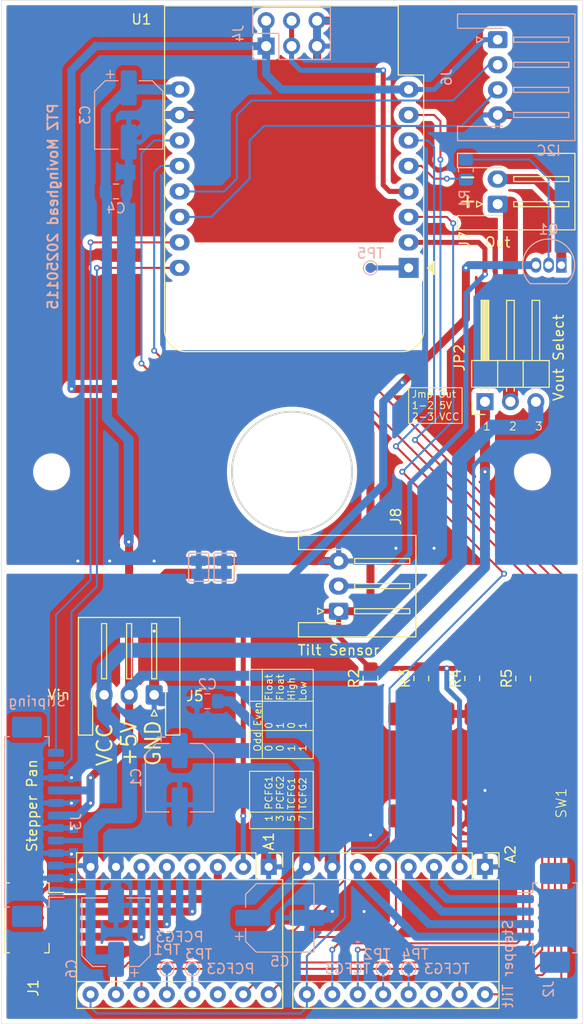
<source format=kicad_pcb>
(kicad_pcb
	(version 20240108)
	(generator "pcbnew")
	(generator_version "8.0")
	(general
		(thickness 1.6)
		(legacy_teardrops no)
	)
	(paper "A4")
	(layers
		(0 "F.Cu" signal)
		(31 "B.Cu" signal)
		(32 "B.Adhes" user "B.Adhesive")
		(33 "F.Adhes" user "F.Adhesive")
		(34 "B.Paste" user)
		(35 "F.Paste" user)
		(36 "B.SilkS" user "B.Silkscreen")
		(37 "F.SilkS" user "F.Silkscreen")
		(38 "B.Mask" user)
		(39 "F.Mask" user)
		(40 "Dwgs.User" user "User.Drawings")
		(41 "Cmts.User" user "User.Comments")
		(42 "Eco1.User" user "User.Eco1")
		(43 "Eco2.User" user "User.Eco2")
		(44 "Edge.Cuts" user)
		(45 "Margin" user)
		(46 "B.CrtYd" user "B.Courtyard")
		(47 "F.CrtYd" user "F.Courtyard")
		(48 "B.Fab" user)
		(49 "F.Fab" user)
		(50 "User.1" user)
		(51 "User.2" user)
		(52 "User.3" user)
		(53 "User.4" user)
		(54 "User.5" user)
		(55 "User.6" user)
		(56 "User.7" user)
		(57 "User.8" user)
		(58 "User.9" user)
	)
	(setup
		(pad_to_mask_clearance 0)
		(allow_soldermask_bridges_in_footprints no)
		(pcbplotparams
			(layerselection 0x00010fc_ffffffff)
			(plot_on_all_layers_selection 0x0000000_00000000)
			(disableapertmacros no)
			(usegerberextensions no)
			(usegerberattributes yes)
			(usegerberadvancedattributes yes)
			(creategerberjobfile yes)
			(dashed_line_dash_ratio 12.000000)
			(dashed_line_gap_ratio 3.000000)
			(svgprecision 4)
			(plotframeref no)
			(viasonmask no)
			(mode 1)
			(useauxorigin no)
			(hpglpennumber 1)
			(hpglpenspeed 20)
			(hpglpendiameter 15.000000)
			(pdf_front_fp_property_popups yes)
			(pdf_back_fp_property_popups yes)
			(dxfpolygonmode yes)
			(dxfimperialunits yes)
			(dxfusepcbnewfont yes)
			(psnegative no)
			(psa4output no)
			(plotreference yes)
			(plotvalue yes)
			(plotfptext yes)
			(plotinvisibletext no)
			(sketchpadsonfab no)
			(subtractmaskfromsilk no)
			(outputformat 1)
			(mirror no)
			(drillshape 1)
			(scaleselection 1)
			(outputdirectory "")
		)
	)
	(net 0 "")
	(net 1 "P_CFG0")
	(net 2 "Net-(A1-1A)")
	(net 3 "GNDPWR")
	(net 4 "Net-(A1-DIR)")
	(net 5 "Net-(A1-~{ENABLE})")
	(net 6 "Net-(A1-1B)")
	(net 7 "P_CFG2")
	(net 8 "Net-(A1-2B)")
	(net 9 "VCC")
	(net 10 "Net-(A1-2A)")
	(net 11 "P_CFG1")
	(net 12 "Net-(A1-STEP)")
	(net 13 "P_CFG3")
	(net 14 "unconnected-(A1-~{SLEEP}-Pad14)")
	(net 15 "VDD")
	(net 16 "T_CFG1")
	(net 17 "T_CFG3")
	(net 18 "T_CFG2")
	(net 19 "Net-(A2-DIR)")
	(net 20 "Net-(A2-2A)")
	(net 21 "unconnected-(A2-~{SLEEP}-Pad14)")
	(net 22 "Net-(A2-1A)")
	(net 23 "Net-(A2-2B)")
	(net 24 "T_CFG0")
	(net 25 "Net-(A2-1B)")
	(net 26 "Net-(A2-STEP)")
	(net 27 "Net-(J3-Pin_11)")
	(net 28 "+5V")
	(net 29 "Net-(J3-Pin_12)")
	(net 30 "Net-(J4-Pin_3)")
	(net 31 "GNDD")
	(net 32 "SCL")
	(net 33 "SDA")
	(net 34 "Net-(J7-Pin_2)")
	(net 35 "Net-(J7-Pin_1)")
	(net 36 "Net-(J8-Pin_2)")
	(net 37 "Net-(Q1-B)")
	(net 38 "Net-(U1-MISO{slash}D6)")
	(net 39 "Net-(R2-Pad1)")
	(net 40 "Net-(R3-Pad1)")
	(net 41 "Net-(R4-Pad1)")
	(net 42 "Net-(R5-Pad1)")
	(net 43 "Net-(U1-~{RST})")
	(footprint "Module:Pololu_Breakout-16_15.2x20.3mm" (layer "F.Cu") (at 99.06 137.16 -90))
	(footprint "Resistor_SMD:R_0805_2012Metric_Pad1.20x1.40mm_HandSolder" (layer "F.Cu") (at 102.87 118.38 90))
	(footprint "Connector_JST:JST_XH_S3B-XH-A-1_1x03_P2.50mm_Horizontal" (layer "F.Cu") (at 66.04 120.015 180))
	(footprint "Jumper:SolderJumper-2_P1.3mm_Bridged_Pad1.0x1.5mm" (layer "F.Cu") (at 73.025 107.3 -90))
	(footprint "Button_Switch_SMD:DIP_Switch_8_2.54_wide" (layer "F.Cu") (at 93.98 127 90))
	(footprint "MountingHole:MountingHole_3.2mm_M3" (layer "F.Cu") (at 55.8 97.8))
	(footprint "Resistor_SMD:R_0805_2012Metric_Pad1.20x1.40mm_HandSolder" (layer "F.Cu") (at 87.63 118.38 90))
	(footprint "Connector_JST:JST_XH_S3B-XH-A-1_1x03_P2.50mm_Horizontal" (layer "F.Cu") (at 84.455 111.68 90))
	(footprint "Resistor_SMD:R_0805_2012Metric_Pad1.20x1.40mm_HandSolder" (layer "F.Cu") (at 92.71 118.38 90))
	(footprint "Connector_JST:JST_XH_S2B-XH-A-1_1x02_P2.50mm_Horizontal" (layer "F.Cu") (at 100.33 71.12 90))
	(footprint "Connector_PinHeader_2.54mm:PinHeader_1x03_P2.54mm_Horizontal" (layer "F.Cu") (at 99.06 90.805 90))
	(footprint "Connector_Molex:Molex_PicoBlade_53261-0471_1x04-1MP_P1.25mm_Horizontal" (layer "F.Cu") (at 53.84 142.24 -90))
	(footprint "Resistor_SMD:R_0805_2012Metric_Pad1.20x1.40mm_HandSolder" (layer "F.Cu") (at 97.79 118.38 90))
	(footprint "MountingHole:MountingHole_3.2mm_M3" (layer "F.Cu") (at 103.8 97.8))
	(footprint "Module:Pololu_Breakout-16_15.2x20.3mm" (layer "F.Cu") (at 77.47 137.16 -90))
	(footprint "RF_Module:WEMOS_D1_mini_light" (layer "F.Cu") (at 91.44 77.47 180))
	(footprint "Jumper:SolderJumper-2_P1.3mm_Bridged_Pad1.0x1.5mm" (layer "F.Cu") (at 70.485 107.3 -90))
	(footprint "Connector_Molex:Molex_PicoBlade_53261-1271_1x12-1MP_P1.25mm_Horizontal" (layer "B.Cu") (at 53.84 132.665 90))
	(footprint "Connector_JST:JST_XH_S4B-XH-A-1_1x04_P2.50mm_Horizontal" (layer "B.Cu") (at 100.33 54.73 -90))
	(footprint "TestPoint:TestPoint_Pad_D1.0mm" (layer "B.Cu") (at 87.63 77.47 180))
	(footprint "Capacitor_SMD:CP_Elec_6.3x7.7" (layer "B.Cu") (at 62.23 143.67 90))
	(footprint "TestPoint:TestPoint_Pad_D1.0mm" (layer "B.Cu") (at 88.9 147.32 180))
	(footprint "Capacitor_SMD:C_0805_2012Metric_Pad1.18x1.45mm_HandSolder" (layer "B.Cu") (at 71.3525 120.65 180))
	(footprint "Package_TO_SOT_THT:TO-92_Inline" (layer "B.Cu") (at 106.68 77.195 180))
	(footprint "TestPoint:TestPoint_Pad_D1.0mm" (layer "B.Cu") (at 67.31 147.32 180))
	(footprint "Capacitor_SMD:CP_Elec_6.3x7.7" (layer "B.Cu") (at 78.58 142.24))
	(footprint "TestPoint:TestPoint_Pad_D1.0mm" (layer "B.Cu") (at 69.85 147.32 180))
	(footprint "Jumper:SolderJumper-2_P1.3mm_Bridged_Pad1.0x1.5mm" (layer "B.Cu") (at 70.485 107.3 -90))
	(footprint "TestPoint:TestPoint_Pad_D1.0mm" (layer "B.Cu") (at 91.44 147.32 180))
	(footprint "Connector_PinSocket_2.54mm:PinSocket_2x03_P2.54mm_Vertical" (layer "B.Cu") (at 77.216 55.372 -90))
	(footprint "Capacitor_SMD:CP_Elec_6.3x7.7" (layer "B.Cu") (at 68.58 128.27 -90))
	(footprint "Capacitor_SMD:CP_Elec_6.3x7.7"
		(layer "B.Cu")
		(uuid "ada43158-b477-4ab7-ac8a-a46ca2cae67c")
		(at 63.5 62.23 -90)
		(descr "SMD capacitor, aluminum electrolytic, Nichicon, 6.3x7.7mm")
		(tags "capacitor electrolytic")
		(property "Reference" "C3"
			(at 0 4.35 90)
			(layer "B.SilkS")
			(uuid "cca6a324-b805-49b5-8550-e7a3e64b51e4")
			(effects
				(font
					(size 1 1)
					(thickness 0.15)
				)
				(justify mirror)
			)
		)
		(property "Value" "330uF 25V"
			(at 0 -4.35 90)
			(layer "B.Fab")
			(uuid "0ce8a495-e040-4334-871e-1d8176ff25c5")
			(effects
				(font
					(size 1 1)
					(thickness 0.15)
				)
				(justify mirror)
			)
		)
		(property "Footprint" "Capacitor_SMD:CP_Elec_6.3x7.7"
			(at 0 0 90)
			(unlocked yes)
			(layer "B.Fab")
			(hide yes)
			(uuid "e7c5f78c-989a-479e-86e7-739f41db99fb")
			(eff
... [384474 chars truncated]
</source>
